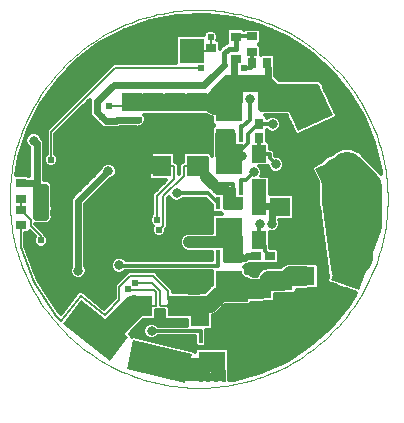
<source format=gtl>
G75*
%MOIN*%
%OFA0B0*%
%FSLAX25Y25*%
%IPPOS*%
%LPD*%
%AMOC8*
5,1,8,0,0,1.08239X$1,22.5*
%
%ADD10C,0.00004*%
%ADD11R,0.01378X0.03937*%
%ADD12R,0.06496X0.01575*%
%ADD13R,0.09055X0.07087*%
%ADD14R,0.06299X0.07098*%
%ADD15R,0.04724X0.05906*%
%ADD16R,0.07087X0.06299*%
%ADD17R,0.06299X0.07087*%
%ADD18R,0.02913X0.03642*%
%ADD19R,0.03642X0.02913*%
%ADD20R,0.09843X0.12795*%
%ADD21R,0.03543X0.02756*%
%ADD22R,0.03543X0.03150*%
%ADD23R,0.02756X0.03543*%
%ADD24R,0.10000X0.20000*%
%ADD25R,0.05000X0.10000*%
%ADD26R,0.07874X0.07874*%
%ADD27C,0.01181*%
%ADD28C,0.06600*%
%ADD29C,0.03150*%
%ADD30C,0.05512*%
%ADD31C,0.02775*%
%ADD32C,0.00630*%
%ADD33C,0.02400*%
%ADD34C,0.03937*%
%ADD35C,0.02362*%
%ADD36C,0.00600*%
%ADD37C,0.01600*%
%ADD38C,0.07874*%
%ADD39C,0.11811*%
%ADD40C,0.11417*%
D10*
X0003244Y0070252D02*
X0003263Y0071798D01*
X0003320Y0073343D01*
X0003415Y0074886D01*
X0003547Y0076426D01*
X0003718Y0077963D01*
X0003926Y0079495D01*
X0004171Y0081021D01*
X0004454Y0082541D01*
X0004775Y0084054D01*
X0005132Y0085558D01*
X0005526Y0087053D01*
X0005956Y0088538D01*
X0006423Y0090011D01*
X0006926Y0091473D01*
X0007465Y0092923D01*
X0008039Y0094358D01*
X0008648Y0095779D01*
X0009292Y0097185D01*
X0009970Y0098574D01*
X0010682Y0099946D01*
X0011427Y0101301D01*
X0012206Y0102636D01*
X0013017Y0103953D01*
X0013860Y0105248D01*
X0014735Y0106523D01*
X0015640Y0107776D01*
X0016576Y0109007D01*
X0017543Y0110214D01*
X0018538Y0111397D01*
X0019562Y0112555D01*
X0020614Y0113688D01*
X0021694Y0114794D01*
X0022800Y0115874D01*
X0023933Y0116926D01*
X0025091Y0117950D01*
X0026274Y0118945D01*
X0027481Y0119912D01*
X0028712Y0120848D01*
X0029965Y0121753D01*
X0031240Y0122628D01*
X0032535Y0123471D01*
X0033852Y0124282D01*
X0035187Y0125061D01*
X0036542Y0125806D01*
X0037914Y0126518D01*
X0039303Y0127196D01*
X0040709Y0127840D01*
X0042130Y0128449D01*
X0043565Y0129023D01*
X0045015Y0129562D01*
X0046477Y0130065D01*
X0047950Y0130532D01*
X0049435Y0130962D01*
X0050930Y0131356D01*
X0052434Y0131713D01*
X0053947Y0132034D01*
X0055467Y0132317D01*
X0056993Y0132562D01*
X0058525Y0132770D01*
X0060062Y0132941D01*
X0061602Y0133073D01*
X0063145Y0133168D01*
X0064690Y0133225D01*
X0066236Y0133244D01*
X0067782Y0133225D01*
X0069327Y0133168D01*
X0070870Y0133073D01*
X0072410Y0132941D01*
X0073947Y0132770D01*
X0075479Y0132562D01*
X0077005Y0132317D01*
X0078525Y0132034D01*
X0080038Y0131713D01*
X0081542Y0131356D01*
X0083037Y0130962D01*
X0084522Y0130532D01*
X0085995Y0130065D01*
X0087457Y0129562D01*
X0088907Y0129023D01*
X0090342Y0128449D01*
X0091763Y0127840D01*
X0093169Y0127196D01*
X0094558Y0126518D01*
X0095930Y0125806D01*
X0097285Y0125061D01*
X0098620Y0124282D01*
X0099937Y0123471D01*
X0101232Y0122628D01*
X0102507Y0121753D01*
X0103760Y0120848D01*
X0104991Y0119912D01*
X0106198Y0118945D01*
X0107381Y0117950D01*
X0108539Y0116926D01*
X0109672Y0115874D01*
X0110778Y0114794D01*
X0111858Y0113688D01*
X0112910Y0112555D01*
X0113934Y0111397D01*
X0114929Y0110214D01*
X0115896Y0109007D01*
X0116832Y0107776D01*
X0117737Y0106523D01*
X0118612Y0105248D01*
X0119455Y0103953D01*
X0120266Y0102636D01*
X0121045Y0101301D01*
X0121790Y0099946D01*
X0122502Y0098574D01*
X0123180Y0097185D01*
X0123824Y0095779D01*
X0124433Y0094358D01*
X0125007Y0092923D01*
X0125546Y0091473D01*
X0126049Y0090011D01*
X0126516Y0088538D01*
X0126946Y0087053D01*
X0127340Y0085558D01*
X0127697Y0084054D01*
X0128018Y0082541D01*
X0128301Y0081021D01*
X0128546Y0079495D01*
X0128754Y0077963D01*
X0128925Y0076426D01*
X0129057Y0074886D01*
X0129152Y0073343D01*
X0129209Y0071798D01*
X0129228Y0070252D01*
X0129209Y0068706D01*
X0129152Y0067161D01*
X0129057Y0065618D01*
X0128925Y0064078D01*
X0128754Y0062541D01*
X0128546Y0061009D01*
X0128301Y0059483D01*
X0128018Y0057963D01*
X0127697Y0056450D01*
X0127340Y0054946D01*
X0126946Y0053451D01*
X0126516Y0051966D01*
X0126049Y0050493D01*
X0125546Y0049031D01*
X0125007Y0047581D01*
X0124433Y0046146D01*
X0123824Y0044725D01*
X0123180Y0043319D01*
X0122502Y0041930D01*
X0121790Y0040558D01*
X0121045Y0039203D01*
X0120266Y0037868D01*
X0119455Y0036551D01*
X0118612Y0035256D01*
X0117737Y0033981D01*
X0116832Y0032728D01*
X0115896Y0031497D01*
X0114929Y0030290D01*
X0113934Y0029107D01*
X0112910Y0027949D01*
X0111858Y0026816D01*
X0110778Y0025710D01*
X0109672Y0024630D01*
X0108539Y0023578D01*
X0107381Y0022554D01*
X0106198Y0021559D01*
X0104991Y0020592D01*
X0103760Y0019656D01*
X0102507Y0018751D01*
X0101232Y0017876D01*
X0099937Y0017033D01*
X0098620Y0016222D01*
X0097285Y0015443D01*
X0095930Y0014698D01*
X0094558Y0013986D01*
X0093169Y0013308D01*
X0091763Y0012664D01*
X0090342Y0012055D01*
X0088907Y0011481D01*
X0087457Y0010942D01*
X0085995Y0010439D01*
X0084522Y0009972D01*
X0083037Y0009542D01*
X0081542Y0009148D01*
X0080038Y0008791D01*
X0078525Y0008470D01*
X0077005Y0008187D01*
X0075479Y0007942D01*
X0073947Y0007734D01*
X0072410Y0007563D01*
X0070870Y0007431D01*
X0069327Y0007336D01*
X0067782Y0007279D01*
X0066236Y0007260D01*
X0064690Y0007279D01*
X0063145Y0007336D01*
X0061602Y0007431D01*
X0060062Y0007563D01*
X0058525Y0007734D01*
X0056993Y0007942D01*
X0055467Y0008187D01*
X0053947Y0008470D01*
X0052434Y0008791D01*
X0050930Y0009148D01*
X0049435Y0009542D01*
X0047950Y0009972D01*
X0046477Y0010439D01*
X0045015Y0010942D01*
X0043565Y0011481D01*
X0042130Y0012055D01*
X0040709Y0012664D01*
X0039303Y0013308D01*
X0037914Y0013986D01*
X0036542Y0014698D01*
X0035187Y0015443D01*
X0033852Y0016222D01*
X0032535Y0017033D01*
X0031240Y0017876D01*
X0029965Y0018751D01*
X0028712Y0019656D01*
X0027481Y0020592D01*
X0026274Y0021559D01*
X0025091Y0022554D01*
X0023933Y0023578D01*
X0022800Y0024630D01*
X0021694Y0025710D01*
X0020614Y0026816D01*
X0019562Y0027949D01*
X0018538Y0029107D01*
X0017543Y0030290D01*
X0016576Y0031497D01*
X0015640Y0032728D01*
X0014735Y0033981D01*
X0013860Y0035256D01*
X0013017Y0036551D01*
X0012206Y0037868D01*
X0011427Y0039203D01*
X0010682Y0040558D01*
X0009970Y0041930D01*
X0009292Y0043319D01*
X0008648Y0044725D01*
X0008039Y0046146D01*
X0007465Y0047581D01*
X0006926Y0049031D01*
X0006423Y0050493D01*
X0005956Y0051966D01*
X0005526Y0053451D01*
X0005132Y0054946D01*
X0004775Y0056450D01*
X0004454Y0057963D01*
X0004171Y0059483D01*
X0003926Y0061009D01*
X0003718Y0062541D01*
X0003547Y0064078D01*
X0003415Y0065618D01*
X0003320Y0067161D01*
X0003263Y0068706D01*
X0003244Y0070252D01*
D11*
X0066886Y0024091D03*
X0069445Y0024091D03*
X0072004Y0024091D03*
X0074563Y0024091D03*
X0074563Y0011098D03*
X0072004Y0011098D03*
X0069445Y0011098D03*
X0066886Y0011098D03*
X0072634Y0038087D03*
X0075193Y0038087D03*
X0077752Y0038087D03*
X0080311Y0038087D03*
X0080311Y0051079D03*
X0077752Y0051079D03*
X0075193Y0051079D03*
X0072634Y0051079D03*
X0072634Y0055803D03*
X0075193Y0055803D03*
X0077752Y0055803D03*
X0080311Y0055803D03*
X0080311Y0068795D03*
X0077752Y0068795D03*
X0075193Y0068795D03*
X0072634Y0068795D03*
X0072634Y0073520D03*
X0075193Y0073520D03*
X0077752Y0073520D03*
X0080311Y0073520D03*
X0080311Y0086512D03*
X0077752Y0086512D03*
X0075193Y0086512D03*
X0072634Y0086512D03*
X0072634Y0091236D03*
X0075193Y0091236D03*
X0077752Y0091236D03*
X0080311Y0091236D03*
X0080311Y0104228D03*
X0077752Y0104228D03*
X0075193Y0104228D03*
X0072634Y0104228D03*
D12*
X0075193Y0092811D03*
X0075193Y0075094D03*
X0077752Y0067220D03*
X0077752Y0049504D03*
X0072004Y0022516D03*
D13*
X0070724Y0015862D03*
X0076472Y0042850D03*
X0076472Y0060567D03*
X0076472Y0081748D03*
X0076472Y0099465D03*
D14*
X0065299Y0081197D03*
X0054102Y0081197D03*
X0059039Y0034543D03*
X0047843Y0034543D03*
D15*
X0086394Y0056591D03*
X0086394Y0068008D03*
X0086394Y0073835D03*
X0086394Y0085252D03*
D16*
X0093283Y0067673D03*
X0093283Y0056650D03*
X0094189Y0043008D03*
X0101512Y0044425D03*
X0101512Y0033402D03*
X0094189Y0031984D03*
X0086866Y0029150D03*
X0086866Y0040173D03*
X0065843Y0091512D03*
X0058520Y0091512D03*
X0051197Y0091512D03*
X0043874Y0091512D03*
X0043874Y0102535D03*
X0051197Y0102535D03*
X0058520Y0102535D03*
X0065843Y0102535D03*
D17*
X0066709Y0031354D03*
X0077732Y0031354D03*
D18*
X0086394Y0090646D03*
X0086394Y0095370D03*
D19*
X0085213Y0051197D03*
X0089937Y0051197D03*
D20*
G36*
X0116787Y0085649D02*
X0120947Y0076730D01*
X0109353Y0071323D01*
X0105193Y0080242D01*
X0116787Y0085649D01*
G37*
G36*
X0106804Y0107058D02*
X0110964Y0098139D01*
X0099370Y0092732D01*
X0095210Y0101651D01*
X0106804Y0107058D01*
G37*
D21*
X0084031Y0119268D03*
X0084031Y0124386D03*
X0007024Y0075488D03*
X0007024Y0070370D03*
X0007024Y0066512D03*
X0007024Y0061394D03*
D22*
X0070291Y0120606D03*
X0078559Y0116866D03*
X0078559Y0124346D03*
D23*
X0084071Y0115449D03*
X0089189Y0115449D03*
D24*
G36*
X0117155Y0062066D02*
X0126551Y0058645D01*
X0119711Y0039852D01*
X0110315Y0043273D01*
X0117155Y0062066D01*
G37*
G36*
X0096650Y0028537D02*
X0100877Y0019475D01*
X0082752Y0011023D01*
X0078525Y0020085D01*
X0096650Y0028537D01*
G37*
G36*
X0063946Y0018647D02*
X0061696Y0008904D01*
X0042210Y0013403D01*
X0044460Y0023146D01*
X0063946Y0018647D01*
G37*
G36*
X0042857Y0024166D02*
X0036700Y0016286D01*
X0020941Y0028598D01*
X0027098Y0036478D01*
X0042857Y0024166D01*
G37*
D25*
X0048598Y0083559D03*
D26*
X0063953Y0119701D03*
D27*
X0058825Y0119323D02*
X0029627Y0119323D01*
X0028079Y0118144D02*
X0058825Y0118144D01*
X0058825Y0116964D02*
X0026532Y0116964D01*
X0025385Y0116090D02*
X0032861Y0121789D01*
X0041120Y0126279D01*
X0049966Y0129457D01*
X0059195Y0131246D01*
X0068588Y0131607D01*
X0077926Y0130528D01*
X0086990Y0128038D01*
X0095568Y0124192D01*
X0103458Y0119083D01*
X0110476Y0112828D01*
X0116457Y0105576D01*
X0121260Y0097496D01*
X0124774Y0088777D01*
X0126916Y0079625D01*
X0126987Y0078707D01*
X0125499Y0080195D01*
X0121503Y0084191D01*
X0121485Y0084232D01*
X0120533Y0085161D01*
X0119593Y0086101D01*
X0119552Y0086118D01*
X0119521Y0086149D01*
X0118286Y0086642D01*
X0117057Y0087151D01*
X0117013Y0087151D01*
X0116972Y0087168D01*
X0115643Y0087151D01*
X0114313Y0087151D01*
X0114272Y0087134D01*
X0114228Y0087134D01*
X0113005Y0086610D01*
X0111777Y0086101D01*
X0111746Y0086070D01*
X0111705Y0086052D01*
X0110966Y0085295D01*
X0109051Y0084501D01*
X0107054Y0082505D01*
X0107013Y0082405D01*
X0104242Y0081113D01*
X0103905Y0080186D01*
X0105974Y0075748D01*
X0105974Y0068227D01*
X0106437Y0067111D01*
X0109022Y0046745D01*
X0109022Y0045809D01*
X0109193Y0045395D01*
X0109250Y0044951D01*
X0109500Y0044514D01*
X0109027Y0043216D01*
X0109444Y0042323D01*
X0111926Y0041419D01*
X0112013Y0041332D01*
X0112427Y0041161D01*
X0112781Y0040887D01*
X0113684Y0040640D01*
X0114549Y0040282D01*
X0114997Y0040282D01*
X0115213Y0040223D01*
X0118824Y0038909D01*
X0116457Y0034928D01*
X0110476Y0027675D01*
X0103458Y0021421D01*
X0095568Y0016312D01*
X0086990Y0012466D01*
X0077926Y0009975D01*
X0076443Y0009804D01*
X0076443Y0019899D01*
X0075745Y0020596D01*
X0065704Y0020596D01*
X0065006Y0019899D01*
X0065006Y0019197D01*
X0064695Y0019696D01*
X0044246Y0024417D01*
X0044042Y0024289D01*
X0043979Y0024800D01*
X0043251Y0025369D01*
X0047685Y0029804D01*
X0051485Y0029804D01*
X0052183Y0030501D01*
X0052183Y0033053D01*
X0052509Y0033053D01*
X0052510Y0033053D01*
X0052653Y0033196D01*
X0052732Y0033275D01*
X0052733Y0033275D01*
X0052955Y0033053D01*
X0052955Y0033053D01*
X0052955Y0033053D01*
X0053610Y0033053D01*
X0054699Y0033053D01*
X0054699Y0030501D01*
X0055397Y0029804D01*
X0062369Y0029804D01*
X0062369Y0027956D01*
X0052708Y0027956D01*
X0052145Y0028519D01*
X0051128Y0028940D01*
X0050028Y0028940D01*
X0049012Y0028519D01*
X0048234Y0027741D01*
X0047813Y0026725D01*
X0047813Y0025625D01*
X0048234Y0024608D01*
X0049012Y0023830D01*
X0050028Y0023409D01*
X0051128Y0023409D01*
X0052145Y0023830D01*
X0052708Y0024394D01*
X0065006Y0024394D01*
X0065006Y0021629D01*
X0065704Y0020931D01*
X0068068Y0020931D01*
X0068765Y0021629D01*
X0068765Y0026552D01*
X0068717Y0026600D01*
X0068718Y0026620D01*
X0070351Y0026620D01*
X0071049Y0027318D01*
X0071049Y0031567D01*
X0072153Y0032024D01*
X0073263Y0033135D01*
X0074953Y0034824D01*
X0082995Y0034824D01*
X0083854Y0035683D01*
X0087759Y0035683D01*
X0088122Y0035833D01*
X0090903Y0035833D01*
X0091600Y0036530D01*
X0091600Y0038517D01*
X0095082Y0038517D01*
X0095445Y0038668D01*
X0098225Y0038668D01*
X0098923Y0039365D01*
X0098923Y0039935D01*
X0102405Y0039935D01*
X0102768Y0040085D01*
X0105548Y0040085D01*
X0106246Y0040782D01*
X0106246Y0048068D01*
X0105548Y0048765D01*
X0102768Y0048765D01*
X0102405Y0048916D01*
X0096175Y0048916D01*
X0094525Y0048232D01*
X0093791Y0047498D01*
X0088852Y0047498D01*
X0087202Y0046815D01*
X0085939Y0045552D01*
X0085571Y0044664D01*
X0084283Y0044664D01*
X0084185Y0044762D01*
X0082534Y0045446D01*
X0082191Y0045446D01*
X0082191Y0046887D01*
X0081522Y0047555D01*
X0082191Y0048223D01*
X0082191Y0048313D01*
X0082681Y0048313D01*
X0082917Y0048550D01*
X0087527Y0048550D01*
X0087575Y0048598D01*
X0087623Y0048550D01*
X0092251Y0048550D01*
X0092948Y0049247D01*
X0092948Y0053147D01*
X0092251Y0053844D01*
X0090136Y0053844D01*
X0090136Y0055367D01*
X0089946Y0055557D01*
X0089946Y0059330D01*
X0090206Y0059223D01*
X0091306Y0059223D01*
X0092322Y0059644D01*
X0093100Y0060422D01*
X0093521Y0061438D01*
X0093521Y0062538D01*
X0093192Y0063333D01*
X0097320Y0063333D01*
X0098017Y0064030D01*
X0098017Y0071316D01*
X0097320Y0072013D01*
X0089946Y0072013D01*
X0089946Y0077281D01*
X0089249Y0077978D01*
X0087100Y0077978D01*
X0087319Y0078507D01*
X0087319Y0079607D01*
X0086898Y0080623D01*
X0086412Y0081109D01*
X0089236Y0081109D01*
X0089635Y0080146D01*
X0090412Y0079368D01*
X0091429Y0078947D01*
X0092529Y0078947D01*
X0093545Y0079368D01*
X0094323Y0080146D01*
X0094744Y0081162D01*
X0094744Y0082262D01*
X0094323Y0083279D01*
X0093545Y0084057D01*
X0092529Y0084478D01*
X0091732Y0084478D01*
X0091718Y0084492D01*
X0091718Y0085990D01*
X0090675Y0087033D01*
X0089946Y0087033D01*
X0089946Y0088698D01*
X0089249Y0089395D01*
X0089041Y0089395D01*
X0089041Y0092960D01*
X0088993Y0093008D01*
X0089038Y0093053D01*
X0089366Y0092725D01*
X0090382Y0092304D01*
X0091482Y0092304D01*
X0092498Y0092725D01*
X0093276Y0093503D01*
X0093697Y0094519D01*
X0093697Y0095620D01*
X0093276Y0096636D01*
X0092498Y0097414D01*
X0091482Y0097835D01*
X0090382Y0097835D01*
X0089366Y0097414D01*
X0089103Y0097151D01*
X0089041Y0097151D01*
X0089041Y0097684D01*
X0088530Y0098195D01*
X0095507Y0098195D01*
X0098498Y0091781D01*
X0099425Y0091443D01*
X0111915Y0097268D01*
X0112252Y0098194D01*
X0107899Y0107530D01*
X0107899Y0108400D01*
X0106510Y0109789D01*
X0093045Y0109789D01*
X0091600Y0111234D01*
X0091600Y0111849D01*
X0091614Y0111864D01*
X0091600Y0112829D01*
X0091600Y0113027D01*
X0091757Y0113184D01*
X0091757Y0117714D01*
X0091060Y0118411D01*
X0087318Y0118411D01*
X0086994Y0118087D01*
X0086994Y0121139D01*
X0086306Y0121827D01*
X0086994Y0122515D01*
X0086994Y0126257D01*
X0086296Y0126954D01*
X0081767Y0126954D01*
X0081374Y0126562D01*
X0080824Y0127112D01*
X0076294Y0127112D01*
X0075597Y0126414D01*
X0075597Y0122339D01*
X0075458Y0122342D01*
X0075438Y0122323D01*
X0075411Y0122323D01*
X0074844Y0121757D01*
X0073785Y0120746D01*
X0073758Y0120746D01*
X0073254Y0120242D01*
X0073254Y0122674D01*
X0072556Y0123372D01*
X0072509Y0123372D01*
X0072592Y0123573D01*
X0072592Y0124524D01*
X0072228Y0125402D01*
X0071555Y0126075D01*
X0070677Y0126439D01*
X0069726Y0126439D01*
X0068847Y0126075D01*
X0068175Y0125402D01*
X0067937Y0124828D01*
X0059523Y0124828D01*
X0058825Y0124131D01*
X0058825Y0115453D01*
X0037881Y0115453D01*
X0016408Y0093980D01*
X0015535Y0093107D01*
X0015535Y0085235D01*
X0014999Y0084699D01*
X0014635Y0083821D01*
X0014635Y0082870D01*
X0014999Y0081991D01*
X0015671Y0081318D01*
X0016550Y0080955D01*
X0017501Y0080955D01*
X0018380Y0081318D01*
X0019052Y0081991D01*
X0019416Y0082870D01*
X0019416Y0083821D01*
X0019052Y0084699D01*
X0018516Y0085235D01*
X0018516Y0091872D01*
X0029953Y0103310D01*
X0029953Y0098267D01*
X0031343Y0096877D01*
X0031888Y0096332D01*
X0031978Y0096113D01*
X0032651Y0095441D01*
X0032870Y0095350D01*
X0034218Y0094002D01*
X0034271Y0093949D01*
X0039665Y0093949D01*
X0039896Y0094180D01*
X0045502Y0094180D01*
X0045945Y0093985D01*
X0046445Y0094180D01*
X0046982Y0094180D01*
X0047325Y0094522D01*
X0047926Y0094756D01*
X0048121Y0095200D01*
X0048269Y0095348D01*
X0048353Y0095550D01*
X0048372Y0095569D01*
X0048372Y0095596D01*
X0048633Y0096226D01*
X0048633Y0096365D01*
X0048716Y0096555D01*
X0048633Y0096769D01*
X0048633Y0097178D01*
X0048269Y0098056D01*
X0048130Y0098195D01*
X0069030Y0098195D01*
X0069063Y0098177D01*
X0069226Y0098014D01*
X0069744Y0097800D01*
X0070234Y0097528D01*
X0070464Y0097502D01*
X0070676Y0097413D01*
X0070754Y0097413D01*
X0070754Y0095428D01*
X0071423Y0094760D01*
X0070754Y0094092D01*
X0070754Y0092872D01*
X0070719Y0092748D01*
X0070747Y0092696D01*
X0070686Y0092549D01*
X0070686Y0091867D01*
X0070676Y0091856D01*
X0070676Y0084709D01*
X0070631Y0084762D01*
X0070631Y0084856D01*
X0070105Y0085381D01*
X0069625Y0085948D01*
X0069531Y0085956D01*
X0069465Y0086022D01*
X0068722Y0086022D01*
X0067981Y0086083D01*
X0067910Y0086022D01*
X0067816Y0086022D01*
X0067730Y0085937D01*
X0061656Y0085937D01*
X0060959Y0085239D01*
X0060959Y0082687D01*
X0060632Y0082687D01*
X0059759Y0081814D01*
X0059759Y0078552D01*
X0059643Y0078436D01*
X0059643Y0081814D01*
X0058769Y0082687D01*
X0058443Y0082687D01*
X0058443Y0085239D01*
X0057745Y0085937D01*
X0050460Y0085937D01*
X0049762Y0085239D01*
X0049762Y0077154D01*
X0050460Y0076457D01*
X0055487Y0076457D01*
X0050845Y0071815D01*
X0050845Y0065107D01*
X0050309Y0064571D01*
X0049945Y0063692D01*
X0049945Y0062741D01*
X0050309Y0061863D01*
X0050981Y0061190D01*
X0050988Y0061187D01*
X0050664Y0060405D01*
X0050664Y0059453D01*
X0051028Y0058575D01*
X0051700Y0057902D01*
X0052579Y0057538D01*
X0053530Y0057538D01*
X0054408Y0057902D01*
X0055081Y0058575D01*
X0055445Y0059453D01*
X0055445Y0060212D01*
X0055909Y0060676D01*
X0055926Y0060693D01*
X0055926Y0070503D01*
X0056373Y0070951D01*
X0056560Y0070499D01*
X0057338Y0069722D01*
X0058354Y0069301D01*
X0059455Y0069301D01*
X0060471Y0069722D01*
X0061034Y0070285D01*
X0068626Y0070285D01*
X0070754Y0068156D01*
X0070754Y0066334D01*
X0071452Y0065636D01*
X0073617Y0065636D01*
X0073953Y0065301D01*
X0071452Y0065301D01*
X0070754Y0064603D01*
X0070754Y0058962D01*
X0062448Y0058962D01*
X0061286Y0058481D01*
X0060398Y0057593D01*
X0059917Y0056432D01*
X0059917Y0055175D01*
X0060398Y0054014D01*
X0061286Y0053125D01*
X0062448Y0052644D01*
X0070754Y0052644D01*
X0070754Y0049710D01*
X0041927Y0049710D01*
X0041219Y0050418D01*
X0040203Y0050839D01*
X0039103Y0050839D01*
X0038086Y0050418D01*
X0037308Y0049640D01*
X0036887Y0048624D01*
X0036887Y0047524D01*
X0037308Y0046508D01*
X0038086Y0045730D01*
X0039103Y0045309D01*
X0040203Y0045309D01*
X0041219Y0045730D01*
X0041637Y0046148D01*
X0070754Y0046148D01*
X0070754Y0041580D01*
X0070398Y0041432D01*
X0068283Y0039317D01*
X0066947Y0039317D01*
X0066265Y0039034D01*
X0062931Y0039034D01*
X0062682Y0039283D01*
X0057648Y0039283D01*
X0057648Y0040003D01*
X0056775Y0040876D01*
X0056302Y0041349D01*
X0056066Y0041585D01*
X0051578Y0046073D01*
X0042784Y0046073D01*
X0041911Y0045200D01*
X0038368Y0041657D01*
X0038368Y0037169D01*
X0035004Y0033805D01*
X0034983Y0033805D01*
X0034782Y0033604D01*
X0028284Y0038765D01*
X0028283Y0038774D01*
X0027797Y0039152D01*
X0027314Y0039535D01*
X0027305Y0039534D01*
X0027298Y0039540D01*
X0026687Y0039463D01*
X0026075Y0039393D01*
X0026069Y0039386D01*
X0026061Y0039385D01*
X0025683Y0038899D01*
X0025299Y0038416D01*
X0025300Y0038408D01*
X0020274Y0031945D01*
X0019863Y0032492D01*
X0012614Y0043139D01*
X0008514Y0054528D01*
X0008514Y0058825D01*
X0009288Y0058825D01*
X0009891Y0059428D01*
X0011600Y0057720D01*
X0011247Y0056869D01*
X0011247Y0055918D01*
X0011611Y0055040D01*
X0012284Y0054367D01*
X0013162Y0054003D01*
X0014113Y0054003D01*
X0014992Y0054367D01*
X0015664Y0055040D01*
X0016028Y0055918D01*
X0016028Y0056869D01*
X0015664Y0057748D01*
X0015143Y0058269D01*
X0015143Y0058435D01*
X0011836Y0061742D01*
X0011836Y0061819D01*
X0012698Y0061819D01*
X0012743Y0061838D01*
X0014654Y0061838D01*
X0014700Y0061819D01*
X0015651Y0061819D01*
X0015696Y0061838D01*
X0015901Y0061838D01*
X0016037Y0061975D01*
X0016046Y0061983D01*
X0016529Y0062183D01*
X0017202Y0062856D01*
X0017402Y0063339D01*
X0017427Y0063364D01*
X0017427Y0063399D01*
X0017566Y0063734D01*
X0017566Y0064686D01*
X0017427Y0065021D01*
X0017427Y0066352D01*
X0017566Y0066687D01*
X0017566Y0067638D01*
X0017427Y0067973D01*
X0017427Y0075171D01*
X0016037Y0076561D01*
X0014594Y0076561D01*
X0014594Y0085657D01*
X0014613Y0085703D01*
X0014613Y0086654D01*
X0014594Y0086700D01*
X0014594Y0089736D01*
X0014014Y0090317D01*
X0013620Y0091267D01*
X0012842Y0092045D01*
X0011826Y0092466D01*
X0010726Y0092466D01*
X0009709Y0092045D01*
X0008931Y0091267D01*
X0008510Y0090251D01*
X0008510Y0089151D01*
X0008931Y0088134D01*
X0009709Y0087356D01*
X0009851Y0087298D01*
X0009851Y0086700D01*
X0009832Y0086654D01*
X0009832Y0085703D01*
X0009851Y0085657D01*
X0009851Y0077860D01*
X0009485Y0077860D01*
X0009288Y0078057D01*
X0005496Y0078057D01*
X0006452Y0084242D01*
X0009288Y0093204D01*
X0013459Y0101628D01*
X0018867Y0109317D01*
X0025385Y0116090D01*
X0025091Y0115784D02*
X0058825Y0115784D01*
X0058825Y0120503D02*
X0031174Y0120503D01*
X0032722Y0121682D02*
X0058825Y0121682D01*
X0058825Y0122862D02*
X0034835Y0122862D01*
X0037004Y0124042D02*
X0058825Y0124042D01*
X0052456Y0129940D02*
X0080069Y0129940D01*
X0084361Y0128760D02*
X0048027Y0128760D01*
X0044742Y0127580D02*
X0088010Y0127580D01*
X0086850Y0126401D02*
X0090641Y0126401D01*
X0093273Y0125221D02*
X0086994Y0125221D01*
X0086994Y0124042D02*
X0095801Y0124042D01*
X0097622Y0122862D02*
X0086994Y0122862D01*
X0086450Y0121682D02*
X0099444Y0121682D01*
X0101265Y0120503D02*
X0086994Y0120503D01*
X0086994Y0119323D02*
X0103087Y0119323D01*
X0104512Y0118144D02*
X0091328Y0118144D01*
X0091757Y0116964D02*
X0105836Y0116964D01*
X0107159Y0115784D02*
X0091757Y0115784D01*
X0091757Y0114605D02*
X0108483Y0114605D01*
X0109806Y0113425D02*
X0091757Y0113425D01*
X0091609Y0112245D02*
X0110957Y0112245D01*
X0111930Y0111066D02*
X0091768Y0111066D01*
X0092948Y0109886D02*
X0112902Y0109886D01*
X0113875Y0108707D02*
X0107592Y0108707D01*
X0107901Y0107527D02*
X0114848Y0107527D01*
X0115821Y0106347D02*
X0108451Y0106347D01*
X0109001Y0105168D02*
X0116700Y0105168D01*
X0116457Y0105576D02*
X0116457Y0105576D01*
X0117401Y0103988D02*
X0109551Y0103988D01*
X0110101Y0102809D02*
X0118102Y0102809D01*
X0118803Y0101629D02*
X0110651Y0101629D01*
X0111201Y0100449D02*
X0119505Y0100449D01*
X0120206Y0099270D02*
X0111751Y0099270D01*
X0112215Y0098090D02*
X0120907Y0098090D01*
X0121496Y0096910D02*
X0111149Y0096910D01*
X0108620Y0095731D02*
X0121972Y0095731D01*
X0122447Y0094551D02*
X0106090Y0094551D01*
X0103560Y0093372D02*
X0122923Y0093372D01*
X0123398Y0092192D02*
X0101031Y0092192D01*
X0098306Y0092192D02*
X0089041Y0092192D01*
X0089041Y0091012D02*
X0123874Y0091012D01*
X0124349Y0089833D02*
X0089041Y0089833D01*
X0089946Y0088653D02*
X0124803Y0088653D01*
X0125080Y0087474D02*
X0089946Y0087474D01*
X0091414Y0086294D02*
X0112243Y0086294D01*
X0110530Y0085114D02*
X0091718Y0085114D01*
X0089937Y0085252D02*
X0089937Y0083754D01*
X0091979Y0081712D01*
X0093667Y0083935D02*
X0108484Y0083935D01*
X0107304Y0082755D02*
X0094540Y0082755D01*
X0094744Y0081576D02*
X0105234Y0081576D01*
X0103981Y0080396D02*
X0094427Y0080396D01*
X0093179Y0079216D02*
X0104357Y0079216D01*
X0104907Y0078037D02*
X0087124Y0078037D01*
X0087319Y0079216D02*
X0090779Y0079216D01*
X0089531Y0080396D02*
X0086992Y0080396D01*
X0084553Y0079057D02*
X0082166Y0076669D01*
X0080311Y0076669D01*
X0080311Y0073520D01*
X0086394Y0073835D02*
X0086394Y0069701D01*
X0086473Y0069701D01*
X0088165Y0068008D01*
X0086394Y0068008D01*
X0089937Y0068008D02*
X0090272Y0067673D01*
X0090756Y0067673D01*
X0090921Y0067673D01*
X0093283Y0067673D01*
X0098017Y0067420D02*
X0106308Y0067420D01*
X0106547Y0066241D02*
X0098017Y0066241D01*
X0098017Y0065061D02*
X0106697Y0065061D01*
X0106846Y0063881D02*
X0097868Y0063881D01*
X0093453Y0062702D02*
X0106996Y0062702D01*
X0107146Y0061522D02*
X0093521Y0061522D01*
X0093021Y0060342D02*
X0107296Y0060342D01*
X0107446Y0059163D02*
X0089946Y0059163D01*
X0089946Y0057983D02*
X0107595Y0057983D01*
X0107745Y0056804D02*
X0089946Y0056804D01*
X0089946Y0055624D02*
X0107895Y0055624D01*
X0108045Y0054444D02*
X0090136Y0054444D01*
X0088355Y0054629D02*
X0088355Y0052779D01*
X0089937Y0051197D01*
X0092948Y0050906D02*
X0108494Y0050906D01*
X0108344Y0052085D02*
X0092948Y0052085D01*
X0092830Y0053265D02*
X0108194Y0053265D01*
X0108644Y0049726D02*
X0092948Y0049726D01*
X0095283Y0048546D02*
X0082914Y0048546D01*
X0081711Y0047367D02*
X0088534Y0047367D01*
X0086574Y0046187D02*
X0082191Y0046187D01*
X0083592Y0045007D02*
X0085713Y0045007D01*
X0080311Y0050685D02*
X0080311Y0051079D01*
X0080311Y0051088D01*
X0079848Y0051551D01*
X0080311Y0050685D02*
X0079917Y0050291D01*
X0077752Y0050291D01*
X0077752Y0051079D01*
X0077752Y0050291D02*
X0077752Y0049504D01*
X0076472Y0051689D02*
X0078666Y0053883D01*
X0078666Y0055803D01*
X0077752Y0055803D01*
X0077713Y0055842D01*
X0076472Y0055842D01*
X0076472Y0057811D01*
X0076895Y0057811D01*
X0078666Y0059583D01*
X0076472Y0060567D02*
X0076472Y0058520D01*
X0075950Y0058520D01*
X0074887Y0059583D01*
X0076472Y0058520D02*
X0076472Y0057811D01*
X0077752Y0056827D02*
X0075852Y0054228D01*
X0075193Y0054228D01*
X0075193Y0051079D01*
X0076068Y0051551D02*
X0076206Y0051689D01*
X0076472Y0051689D01*
X0075852Y0054228D02*
X0075852Y0055803D01*
X0075892Y0055842D01*
X0076472Y0055842D01*
X0074887Y0055803D02*
X0071107Y0055803D01*
X0067328Y0055803D01*
X0070754Y0059163D02*
X0055324Y0059163D01*
X0055576Y0060342D02*
X0070754Y0060342D01*
X0070754Y0061522D02*
X0055926Y0061522D01*
X0055926Y0062702D02*
X0070754Y0062702D01*
X0070754Y0063881D02*
X0055926Y0063881D01*
X0055926Y0065061D02*
X0071212Y0065061D01*
X0070847Y0066241D02*
X0055926Y0066241D01*
X0055926Y0067420D02*
X0070754Y0067420D01*
X0070311Y0068600D02*
X0055926Y0068600D01*
X0055926Y0069779D02*
X0057280Y0069779D01*
X0058904Y0072066D02*
X0069363Y0072066D01*
X0072634Y0068795D01*
X0069131Y0069779D02*
X0060529Y0069779D01*
X0054707Y0075677D02*
X0035646Y0075677D01*
X0036813Y0076844D02*
X0037764Y0077238D01*
X0038542Y0078016D01*
X0038963Y0079032D01*
X0038963Y0080133D01*
X0038542Y0081149D01*
X0037764Y0081927D01*
X0036747Y0082348D01*
X0035647Y0082348D01*
X0034631Y0081927D01*
X0033853Y0081149D01*
X0033459Y0080198D01*
X0023780Y0070519D01*
X0023780Y0047793D01*
X0023386Y0046843D01*
X0023386Y0045743D01*
X0023807Y0044726D01*
X0024585Y0043948D01*
X0025601Y0043527D01*
X0026701Y0043527D01*
X0027718Y0043948D01*
X0028496Y0044726D01*
X0028917Y0045743D01*
X0028917Y0046843D01*
X0028523Y0047793D01*
X0028523Y0068554D01*
X0036813Y0076844D01*
X0036844Y0076857D02*
X0050060Y0076857D01*
X0049762Y0078037D02*
X0038550Y0078037D01*
X0038963Y0079216D02*
X0049762Y0079216D01*
X0049762Y0080396D02*
X0038853Y0080396D01*
X0038115Y0081576D02*
X0049762Y0081576D01*
X0049762Y0082755D02*
X0019369Y0082755D01*
X0019369Y0083935D02*
X0049762Y0083935D01*
X0049762Y0085114D02*
X0018637Y0085114D01*
X0018516Y0086294D02*
X0070676Y0086294D01*
X0070676Y0087474D02*
X0018516Y0087474D01*
X0018516Y0088653D02*
X0070676Y0088653D01*
X0070676Y0089833D02*
X0018516Y0089833D01*
X0018516Y0091012D02*
X0070676Y0091012D01*
X0070686Y0092192D02*
X0018836Y0092192D01*
X0020015Y0093372D02*
X0070754Y0093372D01*
X0071214Y0094551D02*
X0047400Y0094551D01*
X0047595Y0094031D02*
X0044819Y0094031D01*
X0043874Y0091512D01*
X0047595Y0094031D02*
X0048126Y0085705D01*
X0048598Y0083559D01*
X0048126Y0082277D01*
X0048126Y0079355D01*
X0048126Y0076433D01*
X0048126Y0058028D01*
X0048066Y0057968D01*
X0050784Y0059163D02*
X0028523Y0059163D01*
X0028523Y0060342D02*
X0050664Y0060342D01*
X0050649Y0061522D02*
X0028523Y0061522D01*
X0028523Y0062702D02*
X0049961Y0062702D01*
X0050023Y0063881D02*
X0028523Y0063881D01*
X0028523Y0065061D02*
X0050799Y0065061D01*
X0050845Y0066241D02*
X0028523Y0066241D01*
X0028523Y0067420D02*
X0050845Y0067420D01*
X0050845Y0068600D02*
X0028568Y0068600D01*
X0029748Y0069779D02*
X0050845Y0069779D01*
X0050845Y0070959D02*
X0030928Y0070959D01*
X0032107Y0072139D02*
X0051168Y0072139D01*
X0052348Y0073318D02*
X0033287Y0073318D01*
X0034467Y0074498D02*
X0053527Y0074498D01*
X0048126Y0079355D02*
X0043326Y0079355D01*
X0043303Y0079378D01*
X0048126Y0085705D02*
X0048126Y0088795D01*
X0048480Y0088795D01*
X0051197Y0091512D01*
X0053795Y0091512D01*
X0048428Y0095731D02*
X0070754Y0095731D01*
X0070754Y0096910D02*
X0048633Y0096910D01*
X0048235Y0098090D02*
X0069150Y0098090D01*
X0072634Y0092969D02*
X0074583Y0089465D01*
X0074583Y0087811D01*
X0076000Y0087811D01*
X0076000Y0089701D01*
X0073874Y0089701D01*
X0073874Y0088047D01*
X0073623Y0088047D01*
X0073452Y0088219D01*
X0073874Y0088047D02*
X0073874Y0086866D01*
X0076709Y0086866D01*
X0076709Y0088283D01*
X0076931Y0088283D01*
X0076995Y0088219D01*
X0076709Y0088283D02*
X0076709Y0090409D01*
X0073165Y0090409D01*
X0073165Y0085921D01*
X0079307Y0085921D01*
X0079307Y0087339D01*
X0077654Y0087339D01*
X0077654Y0091118D01*
X0072457Y0091118D01*
X0072457Y0084976D01*
X0080252Y0084976D01*
X0080252Y0087811D01*
X0077890Y0087811D01*
X0077890Y0091827D01*
X0072693Y0091827D01*
X0072693Y0091236D01*
X0072634Y0091236D01*
X0072689Y0091236D01*
X0073452Y0091999D01*
X0073827Y0092969D02*
X0072634Y0092969D01*
X0073827Y0092969D02*
X0075193Y0093020D01*
X0075193Y0092811D01*
X0075193Y0091236D01*
X0075193Y0089661D01*
X0075193Y0086512D01*
X0072634Y0086512D01*
X0072634Y0085257D01*
X0073452Y0084440D01*
X0070676Y0085114D02*
X0070372Y0085114D01*
X0075193Y0089661D02*
X0077752Y0089661D01*
X0077752Y0087742D01*
X0077752Y0086512D01*
X0077752Y0085197D01*
X0076995Y0084440D01*
X0076472Y0086472D02*
X0076472Y0081748D01*
X0076482Y0086472D02*
X0076472Y0086472D01*
X0076482Y0086472D02*
X0077752Y0087742D01*
X0077752Y0086512D02*
X0080311Y0086512D01*
X0080311Y0084667D01*
X0080538Y0084440D01*
X0080311Y0086512D02*
X0082575Y0088776D01*
X0082575Y0091785D01*
X0086160Y0095370D01*
X0086394Y0095370D01*
X0089032Y0095370D01*
X0089332Y0095069D01*
X0090932Y0095069D01*
X0093002Y0096910D02*
X0096106Y0096910D01*
X0096656Y0095731D02*
X0093651Y0095731D01*
X0093697Y0094551D02*
X0097206Y0094551D01*
X0097756Y0093372D02*
X0093145Y0093372D01*
X0095556Y0098090D02*
X0088635Y0098090D01*
X0083309Y0096542D02*
X0083309Y0103575D01*
X0080311Y0104228D02*
X0077752Y0104228D01*
X0083309Y0096542D02*
X0081153Y0094386D01*
X0080311Y0094386D01*
X0080311Y0091236D01*
X0077752Y0091236D02*
X0077752Y0089661D01*
X0077752Y0091236D02*
X0077752Y0091242D01*
X0076995Y0091999D01*
X0086394Y0090646D02*
X0086394Y0089386D01*
X0086394Y0085252D01*
X0089937Y0085252D01*
X0089946Y0076857D02*
X0105457Y0076857D01*
X0105974Y0075677D02*
X0089946Y0075677D01*
X0089946Y0074498D02*
X0105974Y0074498D01*
X0105974Y0073318D02*
X0089946Y0073318D01*
X0089946Y0072139D02*
X0105974Y0072139D01*
X0105974Y0070959D02*
X0098017Y0070959D01*
X0098017Y0069779D02*
X0105974Y0069779D01*
X0105974Y0068600D02*
X0098017Y0068600D01*
X0098008Y0056650D02*
X0093283Y0056650D01*
X0098008Y0056650D02*
X0106246Y0048412D01*
X0106246Y0040775D01*
X0103204Y0037732D01*
X0101512Y0037732D01*
X0101512Y0033402D01*
X0096787Y0033402D02*
X0095370Y0031984D01*
X0094189Y0031984D01*
X0091600Y0036750D02*
X0117540Y0036750D01*
X0116839Y0035571D02*
X0083741Y0035571D01*
X0084347Y0029070D02*
X0085369Y0029070D01*
X0085369Y0029070D01*
X0086786Y0029070D01*
X0086866Y0029150D01*
X0089465Y0031748D02*
X0089465Y0031984D01*
X0091600Y0037930D02*
X0118242Y0037930D01*
X0118272Y0039109D02*
X0098667Y0039109D01*
X0105752Y0040289D02*
X0114532Y0040289D01*
X0111790Y0041469D02*
X0106246Y0041469D01*
X0106246Y0042648D02*
X0109292Y0042648D01*
X0109250Y0043828D02*
X0106246Y0043828D01*
X0106246Y0045007D02*
X0109243Y0045007D01*
X0109022Y0046187D02*
X0106246Y0046187D01*
X0106246Y0047367D02*
X0108943Y0047367D01*
X0108793Y0048546D02*
X0105767Y0048546D01*
X0116014Y0034391D02*
X0074519Y0034391D01*
X0073340Y0033211D02*
X0115041Y0033211D01*
X0114069Y0032032D02*
X0072160Y0032032D01*
X0071049Y0030852D02*
X0113096Y0030852D01*
X0112123Y0029673D02*
X0071049Y0029673D01*
X0071049Y0028493D02*
X0111150Y0028493D01*
X0110070Y0027313D02*
X0071044Y0027313D01*
X0071925Y0025665D02*
X0074563Y0025665D01*
X0074563Y0024091D01*
X0075528Y0024031D02*
X0076945Y0022614D01*
X0080724Y0022614D01*
X0081669Y0023559D01*
X0081906Y0023559D01*
X0079780Y0025685D01*
X0079543Y0025685D01*
X0078835Y0024976D01*
X0070803Y0024976D01*
X0070803Y0024504D01*
X0072220Y0023087D01*
X0075528Y0023087D01*
X0076945Y0021669D01*
X0081433Y0021669D01*
X0083323Y0023559D01*
X0080252Y0026630D01*
X0078598Y0026630D01*
X0077654Y0025685D01*
X0069386Y0025685D01*
X0073165Y0025685D01*
X0075055Y0027575D01*
X0080961Y0027575D01*
X0084268Y0024268D01*
X0084268Y0022850D01*
X0081906Y0020488D01*
X0078598Y0020488D01*
X0076945Y0020488D01*
X0075055Y0022378D01*
X0071276Y0022378D01*
X0070331Y0023323D01*
X0070331Y0024543D01*
X0069445Y0025429D01*
X0069445Y0024091D01*
X0068765Y0023774D02*
X0106099Y0023774D01*
X0104775Y0022595D02*
X0068765Y0022595D01*
X0068552Y0021415D02*
X0103449Y0021415D01*
X0101627Y0020236D02*
X0076106Y0020236D01*
X0076443Y0019056D02*
X0099806Y0019056D01*
X0097984Y0017876D02*
X0076443Y0017876D01*
X0076443Y0016697D02*
X0096163Y0016697D01*
X0093796Y0015517D02*
X0076443Y0015517D01*
X0076443Y0014338D02*
X0091164Y0014338D01*
X0088533Y0013158D02*
X0076443Y0013158D01*
X0076443Y0011978D02*
X0085214Y0011978D01*
X0080922Y0010799D02*
X0076443Y0010799D01*
X0072004Y0022516D02*
X0072004Y0024091D01*
X0071925Y0025665D01*
X0072004Y0025429D02*
X0076945Y0023559D01*
X0080488Y0023559D01*
X0079543Y0024504D01*
X0079543Y0024740D01*
X0078835Y0024031D01*
X0072693Y0024031D01*
X0075528Y0024031D01*
X0074563Y0025665D02*
X0075527Y0026630D01*
X0077732Y0026630D01*
X0077732Y0031354D01*
X0077732Y0026630D02*
X0077732Y0026621D01*
X0079495Y0024386D01*
X0072004Y0024091D02*
X0072004Y0022516D01*
X0072004Y0024091D02*
X0072004Y0025429D01*
X0068765Y0024954D02*
X0107422Y0024954D01*
X0108746Y0026134D02*
X0068765Y0026134D01*
X0066928Y0026175D02*
X0066886Y0024091D01*
X0065006Y0023774D02*
X0052009Y0023774D01*
X0052139Y0022595D02*
X0065006Y0022595D01*
X0065220Y0021415D02*
X0057248Y0021415D01*
X0062357Y0020236D02*
X0065343Y0020236D01*
X0066928Y0026175D02*
X0050578Y0026175D01*
X0049147Y0023774D02*
X0047029Y0023774D01*
X0048091Y0024954D02*
X0043782Y0024954D01*
X0044015Y0026134D02*
X0047813Y0026134D01*
X0048056Y0027313D02*
X0045195Y0027313D01*
X0046374Y0028493D02*
X0048985Y0028493D01*
X0047554Y0029673D02*
X0062369Y0029673D01*
X0062369Y0028493D02*
X0052171Y0028493D01*
X0052183Y0030852D02*
X0054699Y0030852D01*
X0054699Y0032032D02*
X0052183Y0032032D01*
X0052510Y0033053D02*
X0052510Y0033053D01*
X0052653Y0033196D02*
X0052653Y0033196D01*
X0052668Y0033211D02*
X0052796Y0033211D01*
X0052733Y0033275D02*
X0052733Y0033275D01*
X0057362Y0040289D02*
X0069255Y0040289D01*
X0070486Y0041469D02*
X0056183Y0041469D01*
X0055003Y0042648D02*
X0070754Y0042648D01*
X0070754Y0043828D02*
X0053823Y0043828D01*
X0052644Y0045007D02*
X0070754Y0045007D01*
X0072634Y0047929D02*
X0072634Y0051079D01*
X0070754Y0050906D02*
X0028523Y0050906D01*
X0028523Y0052085D02*
X0070754Y0052085D01*
X0070754Y0049726D02*
X0041912Y0049726D01*
X0039798Y0047929D02*
X0039653Y0048074D01*
X0039798Y0047929D02*
X0072634Y0047929D01*
X0078666Y0055803D02*
X0080311Y0055803D01*
X0086394Y0056591D02*
X0088355Y0054629D01*
X0086394Y0056591D02*
X0086394Y0060724D01*
X0086535Y0060866D01*
X0086535Y0061719D01*
X0066447Y0039109D02*
X0062856Y0039109D01*
X0061147Y0053265D02*
X0028523Y0053265D01*
X0028523Y0054444D02*
X0060219Y0054444D01*
X0059917Y0055624D02*
X0028523Y0055624D01*
X0028523Y0056804D02*
X0060071Y0056804D01*
X0060788Y0057983D02*
X0054489Y0057983D01*
X0051619Y0057983D02*
X0028523Y0057983D01*
X0023780Y0057983D02*
X0015429Y0057983D01*
X0016028Y0056804D02*
X0023780Y0056804D01*
X0023780Y0055624D02*
X0015906Y0055624D01*
X0015069Y0054444D02*
X0023780Y0054444D01*
X0023780Y0053265D02*
X0008969Y0053265D01*
X0008544Y0054444D02*
X0012206Y0054444D01*
X0011369Y0055624D02*
X0008514Y0055624D01*
X0008514Y0056804D02*
X0011247Y0056804D01*
X0011336Y0057983D02*
X0008514Y0057983D01*
X0009626Y0059163D02*
X0010157Y0059163D01*
X0012056Y0061522D02*
X0023780Y0061522D01*
X0023780Y0060342D02*
X0013235Y0060342D01*
X0014415Y0059163D02*
X0023780Y0059163D01*
X0023780Y0062702D02*
X0017047Y0062702D01*
X0017566Y0063881D02*
X0023780Y0063881D01*
X0023780Y0065061D02*
X0017427Y0065061D01*
X0017427Y0066241D02*
X0023780Y0066241D01*
X0023780Y0067420D02*
X0017566Y0067420D01*
X0017427Y0068600D02*
X0023780Y0068600D01*
X0023780Y0069779D02*
X0017427Y0069779D01*
X0017427Y0070959D02*
X0024220Y0070959D01*
X0025399Y0072139D02*
X0017427Y0072139D01*
X0017427Y0073318D02*
X0026579Y0073318D01*
X0027759Y0074498D02*
X0017427Y0074498D01*
X0016921Y0075677D02*
X0028938Y0075677D01*
X0030118Y0076857D02*
X0014594Y0076857D01*
X0014594Y0078037D02*
X0031297Y0078037D01*
X0032477Y0079216D02*
X0014594Y0079216D01*
X0014594Y0080396D02*
X0033541Y0080396D01*
X0034279Y0081576D02*
X0018637Y0081576D01*
X0015414Y0081576D02*
X0014594Y0081576D01*
X0014594Y0082755D02*
X0014682Y0082755D01*
X0014682Y0083935D02*
X0014594Y0083935D01*
X0014594Y0085114D02*
X0015414Y0085114D01*
X0015535Y0086294D02*
X0014613Y0086294D01*
X0014594Y0087474D02*
X0015535Y0087474D01*
X0015535Y0088653D02*
X0014594Y0088653D01*
X0014498Y0089833D02*
X0015535Y0089833D01*
X0015535Y0091012D02*
X0013725Y0091012D01*
X0012487Y0092192D02*
X0015535Y0092192D01*
X0015799Y0093372D02*
X0009371Y0093372D01*
X0008968Y0092192D02*
X0010064Y0092192D01*
X0008826Y0091012D02*
X0008594Y0091012D01*
X0008510Y0089833D02*
X0008221Y0089833D01*
X0007848Y0088653D02*
X0008716Y0088653D01*
X0009592Y0087474D02*
X0007474Y0087474D01*
X0007101Y0086294D02*
X0009832Y0086294D01*
X0009851Y0085114D02*
X0006728Y0085114D01*
X0006404Y0083935D02*
X0009851Y0083935D01*
X0009851Y0082755D02*
X0006222Y0082755D01*
X0006040Y0081576D02*
X0009851Y0081576D01*
X0009851Y0080396D02*
X0005858Y0080396D01*
X0005675Y0079216D02*
X0009851Y0079216D01*
X0009851Y0078037D02*
X0009308Y0078037D01*
X0009955Y0094551D02*
X0016979Y0094551D01*
X0018159Y0095731D02*
X0010539Y0095731D01*
X0011123Y0096910D02*
X0019338Y0096910D01*
X0020518Y0098090D02*
X0011707Y0098090D01*
X0012291Y0099270D02*
X0021698Y0099270D01*
X0022877Y0100449D02*
X0012875Y0100449D01*
X0013459Y0101629D02*
X0024057Y0101629D01*
X0025236Y0102809D02*
X0014289Y0102809D01*
X0015119Y0103988D02*
X0026416Y0103988D01*
X0027596Y0105168D02*
X0015949Y0105168D01*
X0016778Y0106347D02*
X0028775Y0106347D01*
X0029955Y0107527D02*
X0017608Y0107527D01*
X0018438Y0108707D02*
X0031134Y0108707D01*
X0032314Y0109886D02*
X0019415Y0109886D01*
X0020550Y0111066D02*
X0033494Y0111066D01*
X0034673Y0112245D02*
X0021685Y0112245D01*
X0022821Y0113425D02*
X0035853Y0113425D01*
X0037033Y0114605D02*
X0023956Y0114605D01*
X0029452Y0102809D02*
X0029953Y0102809D01*
X0029953Y0101629D02*
X0028273Y0101629D01*
X0027093Y0100449D02*
X0029953Y0100449D01*
X0029953Y0099270D02*
X0025913Y0099270D01*
X0024734Y0098090D02*
X0030130Y0098090D01*
X0031309Y0096910D02*
X0023554Y0096910D01*
X0022375Y0095731D02*
X0032360Y0095731D01*
X0033669Y0094551D02*
X0021195Y0094551D01*
X0034218Y0094002D02*
X0034218Y0094002D01*
X0058443Y0085114D02*
X0060959Y0085114D01*
X0060959Y0083935D02*
X0058443Y0083935D01*
X0058443Y0082755D02*
X0060959Y0082755D01*
X0059759Y0081576D02*
X0059643Y0081576D01*
X0059643Y0080396D02*
X0059759Y0080396D01*
X0059759Y0079216D02*
X0059643Y0079216D01*
X0037394Y0049726D02*
X0028523Y0049726D01*
X0028523Y0048546D02*
X0036887Y0048546D01*
X0036952Y0047367D02*
X0028700Y0047367D01*
X0028917Y0046187D02*
X0037629Y0046187D01*
X0040539Y0043828D02*
X0027426Y0043828D01*
X0028612Y0045007D02*
X0041718Y0045007D01*
X0039359Y0042648D02*
X0012948Y0042648D01*
X0012366Y0043828D02*
X0024876Y0043828D01*
X0023690Y0045007D02*
X0011941Y0045007D01*
X0011517Y0046187D02*
X0023386Y0046187D01*
X0023603Y0047367D02*
X0011092Y0047367D01*
X0010668Y0048546D02*
X0023780Y0048546D01*
X0023780Y0049726D02*
X0010243Y0049726D01*
X0009818Y0050906D02*
X0023780Y0050906D01*
X0023780Y0052085D02*
X0009394Y0052085D01*
X0013752Y0041469D02*
X0038368Y0041469D01*
X0038368Y0040289D02*
X0014555Y0040289D01*
X0015358Y0039109D02*
X0025846Y0039109D01*
X0024929Y0037930D02*
X0016161Y0037930D01*
X0016964Y0036750D02*
X0024011Y0036750D01*
X0023094Y0035571D02*
X0017767Y0035571D01*
X0018570Y0034391D02*
X0022176Y0034391D01*
X0021259Y0033211D02*
X0019374Y0033211D01*
X0020208Y0032032D02*
X0020341Y0032032D01*
X0027851Y0039109D02*
X0038368Y0039109D01*
X0038368Y0037930D02*
X0029336Y0037930D01*
X0030821Y0036750D02*
X0037949Y0036750D01*
X0036770Y0035571D02*
X0032307Y0035571D01*
X0033792Y0034391D02*
X0035590Y0034391D01*
X0081249Y0113611D02*
X0081433Y0113795D01*
X0081669Y0113795D01*
X0083559Y0113795D01*
X0084071Y0114268D01*
X0084071Y0115449D01*
X0084031Y0119268D01*
X0086994Y0118144D02*
X0087050Y0118144D01*
X0084031Y0124386D02*
X0078598Y0124386D01*
X0078559Y0124346D01*
X0075597Y0124042D02*
X0072592Y0124042D01*
X0072303Y0125221D02*
X0075597Y0125221D01*
X0075597Y0126401D02*
X0070768Y0126401D01*
X0069634Y0126401D02*
X0041458Y0126401D01*
X0039174Y0125221D02*
X0068100Y0125221D01*
X0073066Y0122862D02*
X0075597Y0122862D01*
X0074766Y0121682D02*
X0073254Y0121682D01*
X0073254Y0120503D02*
X0073514Y0120503D01*
X0081249Y0113611D02*
X0081446Y0113752D01*
X0072809Y0131119D02*
X0058539Y0131119D01*
X0119157Y0086294D02*
X0125356Y0086294D01*
X0125632Y0085114D02*
X0120581Y0085114D01*
X0121759Y0083935D02*
X0125908Y0083935D01*
X0126184Y0082755D02*
X0122939Y0082755D01*
X0124118Y0081576D02*
X0126460Y0081576D01*
X0126736Y0080396D02*
X0125298Y0080396D01*
X0126478Y0079216D02*
X0126948Y0079216D01*
D28*
X0101512Y0044425D02*
X0097068Y0044425D01*
X0094189Y0043008D02*
X0089746Y0043008D01*
X0086866Y0040173D02*
X0082423Y0040173D01*
X0081641Y0040955D01*
X0080311Y0040955D02*
X0078416Y0042850D01*
X0077732Y0031354D02*
X0082063Y0031354D01*
X0084347Y0029070D01*
X0085369Y0029070D02*
X0094425Y0029701D01*
X0094425Y0024031D01*
X0086157Y0024031D01*
X0086157Y0019780D01*
X0089701Y0019780D01*
X0086866Y0029150D02*
X0089465Y0031748D01*
X0089465Y0031984D02*
X0094189Y0031984D01*
X0096787Y0033402D02*
X0101512Y0033402D01*
X0066709Y0034543D02*
X0059039Y0034543D01*
X0053078Y0016025D02*
X0063961Y0013242D01*
X0064686Y0013967D01*
X0066886Y0013967D01*
D29*
X0079495Y0024386D03*
X0083432Y0026354D03*
X0085401Y0022417D03*
X0081464Y0020449D03*
X0083432Y0016512D03*
X0087369Y0018480D03*
X0091306Y0020449D03*
X0095243Y0022417D03*
X0093275Y0026354D03*
X0097212Y0028323D03*
X0095243Y0032260D03*
X0091306Y0030291D03*
X0087369Y0028323D03*
X0089338Y0024386D03*
X0099180Y0024386D03*
X0100164Y0050961D03*
X0100164Y0055882D03*
X0105086Y0055882D03*
X0105086Y0050961D03*
X0105086Y0060803D03*
X0105086Y0065724D03*
X0100164Y0065724D03*
X0100164Y0060803D03*
X0090756Y0061988D03*
X0086535Y0061719D03*
X0078666Y0059583D03*
X0074887Y0059583D03*
X0074887Y0055803D03*
X0078666Y0055803D03*
X0079848Y0051551D03*
X0076068Y0051551D03*
X0071107Y0055803D03*
X0067328Y0055803D03*
X0063076Y0055803D03*
X0048066Y0057968D03*
X0039653Y0048074D03*
X0026151Y0046293D03*
X0050578Y0026175D03*
X0058904Y0072066D03*
X0043303Y0079378D03*
X0036197Y0079582D03*
X0011276Y0089701D03*
X0073452Y0088219D03*
X0076995Y0088219D03*
X0076995Y0084440D03*
X0073452Y0084440D03*
X0080538Y0084440D03*
X0084553Y0079057D03*
X0091979Y0081712D03*
X0101149Y0089347D03*
X0103117Y0085410D03*
X0108038Y0087378D03*
X0106070Y0091315D03*
X0110991Y0093284D03*
X0112960Y0089347D03*
X0105086Y0111984D03*
X0100164Y0111984D03*
X0100164Y0116906D03*
X0095243Y0116906D03*
X0095243Y0111984D03*
X0095243Y0121827D03*
X0083309Y0103575D03*
X0090932Y0095069D03*
X0076995Y0091999D03*
X0073452Y0091999D03*
D30*
X0065843Y0091512D02*
X0058520Y0091512D01*
X0053795Y0091512D01*
X0051197Y0102535D02*
X0046754Y0102535D01*
X0051197Y0102535D02*
X0058520Y0102535D01*
X0062963Y0102535D01*
X0065843Y0102535D02*
X0069341Y0102535D01*
X0071461Y0101360D01*
X0072634Y0101360D01*
X0072634Y0038087D02*
X0069917Y0035370D01*
X0067732Y0035370D01*
D31*
X0023717Y0040449D03*
X0021748Y0043402D03*
X0019780Y0040449D03*
X0021748Y0037496D03*
X0017811Y0037496D03*
X0015843Y0040449D03*
X0017811Y0043402D03*
X0013874Y0043402D03*
X0051276Y0087693D03*
X0051276Y0091630D03*
X0055213Y0091630D03*
X0055213Y0087693D03*
X0059150Y0087693D03*
X0063087Y0087693D03*
X0063087Y0091630D03*
X0059150Y0091630D03*
X0059150Y0095567D03*
X0063087Y0095567D03*
X0055213Y0095567D03*
X0051276Y0095567D03*
D32*
X0018835Y0031354D02*
X0020252Y0029465D01*
X0026866Y0037969D01*
X0034898Y0031591D01*
X0035606Y0032299D01*
X0013638Y0056394D02*
X0013638Y0057811D01*
X0010331Y0061118D01*
X0010331Y0063205D01*
X0007024Y0066512D01*
X0007024Y0070370D01*
X0012183Y0075488D02*
X0012222Y0075528D01*
X0037940Y0108333D02*
X0038011Y0108333D01*
X0063953Y0119701D02*
X0069386Y0119701D01*
X0070291Y0120606D01*
D33*
X0070201Y0124048D03*
X0066896Y0113963D03*
X0052194Y0108333D03*
X0048414Y0108333D03*
X0044871Y0108333D03*
X0036374Y0101084D03*
X0032351Y0101010D03*
X0034005Y0097467D03*
X0046242Y0096702D03*
X0017025Y0083345D03*
X0012222Y0086179D03*
X0012222Y0067045D03*
X0012222Y0064210D03*
X0015175Y0064210D03*
X0015175Y0067163D03*
X0013638Y0056394D03*
X0042786Y0040161D03*
X0045027Y0042163D03*
X0053054Y0059929D03*
X0052335Y0063217D03*
X0081446Y0113752D03*
D34*
X0068640Y0077499D02*
X0071045Y0075094D01*
X0077752Y0056827D02*
X0077752Y0055213D01*
X0079071Y0055213D01*
X0079071Y0051669D01*
X0079071Y0054504D01*
X0076472Y0054504D01*
X0076472Y0051906D01*
X0076945Y0051906D01*
X0077752Y0051079D01*
X0075852Y0055803D02*
X0075193Y0055803D01*
X0074887Y0055803D01*
X0072634Y0055803D01*
X0071107Y0055803D01*
X0067328Y0055803D01*
X0063076Y0055803D01*
X0047843Y0034543D02*
X0045173Y0034543D01*
X0044819Y0034189D01*
D35*
X0026151Y0046293D02*
X0026151Y0069536D01*
X0036197Y0079582D01*
X0035254Y0096320D02*
X0038682Y0096320D01*
X0038913Y0096551D02*
X0046000Y0096551D01*
X0046150Y0096610D01*
X0035200Y0096373D02*
X0032325Y0099249D01*
X0032325Y0102719D01*
X0037940Y0108333D01*
X0038011Y0108333D02*
X0044871Y0108333D01*
X0068016Y0108333D01*
X0070407Y0110724D01*
X0070567Y0110724D01*
X0074583Y0114740D01*
X0077890Y0115921D02*
X0077890Y0110252D01*
X0076472Y0108835D01*
X0076472Y0106472D01*
X0076709Y0106709D01*
X0076709Y0109071D01*
X0073165Y0105528D01*
X0070567Y0105528D01*
X0075528Y0110488D01*
X0077752Y0110488D01*
X0088520Y0110488D01*
X0088520Y0108598D01*
X0079543Y0108598D01*
X0079543Y0110488D01*
X0088283Y0110488D01*
X0089228Y0108126D01*
X0097460Y0099895D01*
X0103087Y0099895D01*
X0105528Y0100567D02*
X0086866Y0100567D01*
X0086866Y0106472D01*
X0088992Y0102220D01*
X0089701Y0106472D01*
X0089701Y0107181D01*
X0079307Y0107181D01*
X0079307Y0105291D01*
X0070331Y0105291D01*
X0070331Y0103874D01*
X0079071Y0103874D01*
X0079071Y0104228D01*
X0077752Y0104228D01*
X0077752Y0110488D01*
X0080961Y0107417D02*
X0090646Y0107417D01*
X0090882Y0102457D01*
X0104110Y0106000D01*
X0094898Y0105764D01*
X0098677Y0102929D01*
X0096787Y0102929D01*
X0093953Y0105764D01*
X0093717Y0105764D01*
X0093244Y0105291D01*
X0093244Y0101748D01*
X0090409Y0104583D01*
X0090409Y0109071D01*
X0092063Y0107417D01*
X0105528Y0107417D01*
X0105528Y0100567D01*
X0089228Y0108126D02*
X0089228Y0112811D01*
X0089189Y0115449D01*
X0080961Y0107417D02*
X0075193Y0104228D01*
X0077890Y0115921D02*
X0078559Y0116866D01*
X0088165Y0068008D02*
X0089937Y0068008D01*
X0090756Y0067673D02*
X0090756Y0061988D01*
X0085213Y0051197D02*
X0082211Y0051197D01*
X0081699Y0050685D01*
X0080311Y0050685D01*
X0015055Y0064346D02*
X0015055Y0074189D01*
X0013087Y0074189D01*
X0012222Y0075528D01*
X0012222Y0088754D01*
X0011276Y0089701D01*
X0012183Y0075488D02*
X0007024Y0075488D01*
X0012102Y0075173D02*
X0012102Y0064346D01*
X0013087Y0064346D01*
X0014071Y0065331D01*
X0014071Y0073205D01*
X0013087Y0074189D01*
X0012102Y0075173D01*
X0012222Y0064210D02*
X0014919Y0064210D01*
X0015055Y0064346D01*
D36*
X0007024Y0061394D02*
X0007024Y0054268D01*
X0011276Y0042457D01*
X0018835Y0031354D01*
X0035606Y0032299D02*
X0039858Y0036551D01*
X0039858Y0041039D01*
X0043402Y0044583D01*
X0050961Y0044583D01*
X0055449Y0040094D01*
X0055685Y0039858D01*
X0056157Y0039386D01*
X0056157Y0037024D01*
X0056394Y0036787D01*
X0066315Y0036787D01*
X0067732Y0035370D01*
X0067732Y0035021D01*
X0067254Y0034543D01*
X0066709Y0034543D01*
X0066709Y0031354D01*
X0072634Y0038087D02*
X0079780Y0037732D01*
X0076000Y0037732D01*
X0076000Y0038441D01*
X0081197Y0038441D01*
X0081197Y0037260D01*
X0075764Y0037260D01*
X0075764Y0038913D01*
X0081906Y0038913D01*
X0081906Y0036787D01*
X0074346Y0036787D01*
X0074346Y0036315D01*
X0082378Y0036315D01*
X0082378Y0039386D01*
X0075193Y0039386D01*
X0075193Y0038087D01*
X0077752Y0038087D01*
X0080311Y0038087D01*
X0080311Y0040955D01*
X0081641Y0040955D01*
X0078416Y0042850D02*
X0076472Y0042850D01*
X0086866Y0040173D02*
X0086911Y0040173D01*
X0089746Y0043008D01*
X0094189Y0043008D02*
X0095651Y0043008D01*
X0097068Y0044425D01*
X0080311Y0067344D02*
X0079543Y0067344D01*
X0079543Y0070567D01*
X0078598Y0070567D01*
X0078598Y0067969D01*
X0079071Y0067969D01*
X0079071Y0070094D01*
X0077752Y0067344D01*
X0077752Y0074110D01*
X0076945Y0074110D01*
X0076945Y0068205D01*
X0076000Y0068205D01*
X0076000Y0071748D01*
X0072693Y0071748D01*
X0072457Y0071984D01*
X0075764Y0071984D01*
X0076000Y0072220D01*
X0071984Y0072220D01*
X0071748Y0072457D01*
X0075764Y0072457D01*
X0076000Y0072693D01*
X0071512Y0072693D01*
X0071039Y0073165D01*
X0076236Y0073165D01*
X0076236Y0073638D01*
X0070567Y0073638D01*
X0070567Y0074110D01*
X0076000Y0074110D01*
X0076472Y0074110D01*
X0076472Y0068205D01*
X0076000Y0068205D01*
X0075193Y0067344D01*
X0075193Y0068795D01*
X0077752Y0068795D02*
X0077752Y0067344D01*
X0077752Y0067220D01*
X0077752Y0067344D01*
X0080311Y0067344D02*
X0080311Y0068795D01*
X0075193Y0073520D02*
X0075193Y0074346D01*
X0075193Y0075094D01*
X0075193Y0075207D01*
X0072634Y0075207D01*
X0072634Y0073520D01*
X0065299Y0081197D02*
X0061250Y0081197D01*
X0061250Y0077935D01*
X0054435Y0071121D01*
X0054435Y0061310D01*
X0053054Y0059929D01*
X0052335Y0063217D02*
X0052335Y0071198D01*
X0057463Y0076326D01*
X0058152Y0077014D01*
X0058152Y0081197D01*
X0054102Y0081197D01*
X0046150Y0096610D02*
X0046242Y0096702D01*
X0044729Y0100511D02*
X0046754Y0102535D01*
X0044729Y0100511D02*
X0043874Y0100511D01*
X0043874Y0102535D01*
X0043638Y0101084D02*
X0036374Y0101084D01*
X0043638Y0101084D02*
X0043874Y0100511D01*
X0038499Y0113963D02*
X0017025Y0092490D01*
X0017025Y0083345D01*
X0038499Y0113963D02*
X0066896Y0113963D01*
X0070291Y0120606D02*
X0070291Y0123958D01*
X0070201Y0124048D01*
X0072634Y0104228D02*
X0072634Y0102794D01*
X0075193Y0102794D01*
X0075193Y0104228D01*
X0075193Y0102794D02*
X0075193Y0101360D01*
X0075193Y0100744D01*
X0076472Y0099465D01*
X0072634Y0101360D02*
X0072634Y0102794D01*
X0065843Y0102535D02*
X0062963Y0102535D01*
X0050786Y0042163D02*
X0045027Y0042163D01*
X0042960Y0039987D02*
X0042786Y0040161D01*
X0042960Y0039987D02*
X0051264Y0039987D01*
X0052035Y0039216D01*
X0052035Y0034686D01*
X0051892Y0034543D01*
X0047843Y0034543D01*
X0053350Y0034765D02*
X0053350Y0039599D01*
X0050786Y0042163D01*
X0053350Y0034765D02*
X0053572Y0034543D01*
X0059039Y0034543D01*
X0070724Y0015862D02*
X0070724Y0011098D01*
X0072004Y0011098D01*
X0072929Y0011748D01*
X0072929Y0011276D01*
X0071276Y0011276D01*
X0071276Y0011984D01*
X0073402Y0011984D01*
X0073402Y0011039D01*
X0070331Y0011039D01*
X0070331Y0012220D01*
X0073874Y0012220D01*
X0073874Y0010803D01*
X0060409Y0010803D01*
X0060409Y0010094D01*
X0074110Y0010094D01*
X0074110Y0010567D01*
X0059937Y0010567D01*
X0059937Y0009858D01*
X0074583Y0009858D01*
X0074583Y0011098D01*
X0074563Y0011098D01*
X0070724Y0011098D02*
X0069445Y0011098D01*
X0066886Y0011098D01*
X0066886Y0013967D01*
X0063961Y0013242D02*
X0063961Y0013242D01*
D37*
X0075193Y0068795D02*
X0075193Y0073520D01*
X0075193Y0075094D02*
X0071045Y0075094D01*
X0068640Y0077499D02*
X0068640Y0084031D01*
X0065299Y0081197D01*
X0077752Y0073520D02*
X0077752Y0071664D01*
X0077752Y0068795D01*
X0038913Y0096551D02*
X0038682Y0096320D01*
X0035254Y0096320D02*
X0035200Y0096373D01*
X0074583Y0114740D02*
X0074583Y0118756D01*
X0076235Y0120333D01*
X0078559Y0120333D01*
X0078559Y0122225D01*
X0078559Y0124346D01*
D38*
X0044819Y0034189D02*
X0034883Y0024253D01*
X0031899Y0026382D01*
D39*
X0113070Y0069638D02*
X0113070Y0078486D01*
X0118433Y0057961D02*
X0118433Y0050959D01*
D40*
X0115921Y0047181D02*
X0115921Y0061118D01*
X0115685Y0080252D01*
X0121591Y0074346D01*
X0121591Y0061118D01*
X0118433Y0057961D01*
X0115921Y0047181D02*
X0113070Y0069638D01*
M02*

</source>
